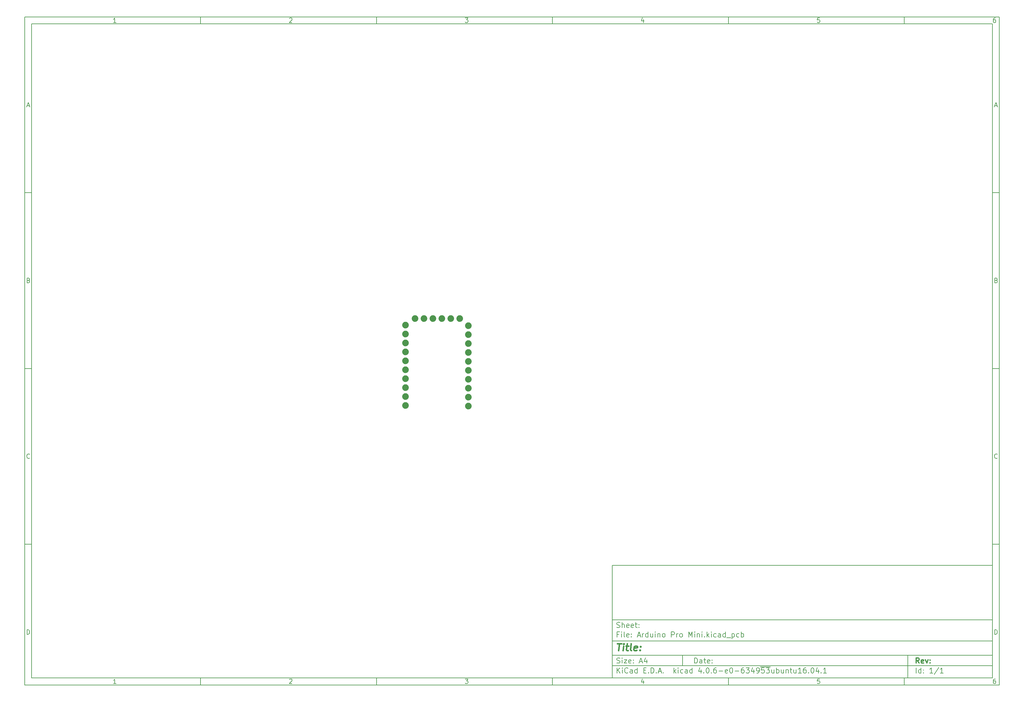
<source format=gbr>
G04 #@! TF.FileFunction,Soldermask,Bot*
%FSLAX46Y46*%
G04 Gerber Fmt 4.6, Leading zero omitted, Abs format (unit mm)*
G04 Created by KiCad (PCBNEW 4.0.6-e0-6349~53~ubuntu16.04.1) date Wed Jun 21 16:24:44 2017*
%MOMM*%
%LPD*%
G01*
G04 APERTURE LIST*
%ADD10C,0.100000*%
%ADD11C,0.150000*%
%ADD12C,0.300000*%
%ADD13C,0.400000*%
%ADD14C,1.879600*%
G04 APERTURE END LIST*
D10*
D11*
X177002200Y-166007200D02*
X177002200Y-198007200D01*
X285002200Y-198007200D01*
X285002200Y-166007200D01*
X177002200Y-166007200D01*
D10*
D11*
X10000000Y-10000000D02*
X10000000Y-200007200D01*
X287002200Y-200007200D01*
X287002200Y-10000000D01*
X10000000Y-10000000D01*
D10*
D11*
X12000000Y-12000000D02*
X12000000Y-198007200D01*
X285002200Y-198007200D01*
X285002200Y-12000000D01*
X12000000Y-12000000D01*
D10*
D11*
X60000000Y-12000000D02*
X60000000Y-10000000D01*
D10*
D11*
X110000000Y-12000000D02*
X110000000Y-10000000D01*
D10*
D11*
X160000000Y-12000000D02*
X160000000Y-10000000D01*
D10*
D11*
X210000000Y-12000000D02*
X210000000Y-10000000D01*
D10*
D11*
X260000000Y-12000000D02*
X260000000Y-10000000D01*
D10*
D11*
X35990476Y-11588095D02*
X35247619Y-11588095D01*
X35619048Y-11588095D02*
X35619048Y-10288095D01*
X35495238Y-10473810D01*
X35371429Y-10597619D01*
X35247619Y-10659524D01*
D10*
D11*
X85247619Y-10411905D02*
X85309524Y-10350000D01*
X85433333Y-10288095D01*
X85742857Y-10288095D01*
X85866667Y-10350000D01*
X85928571Y-10411905D01*
X85990476Y-10535714D01*
X85990476Y-10659524D01*
X85928571Y-10845238D01*
X85185714Y-11588095D01*
X85990476Y-11588095D01*
D10*
D11*
X135185714Y-10288095D02*
X135990476Y-10288095D01*
X135557143Y-10783333D01*
X135742857Y-10783333D01*
X135866667Y-10845238D01*
X135928571Y-10907143D01*
X135990476Y-11030952D01*
X135990476Y-11340476D01*
X135928571Y-11464286D01*
X135866667Y-11526190D01*
X135742857Y-11588095D01*
X135371429Y-11588095D01*
X135247619Y-11526190D01*
X135185714Y-11464286D01*
D10*
D11*
X185866667Y-10721429D02*
X185866667Y-11588095D01*
X185557143Y-10226190D02*
X185247619Y-11154762D01*
X186052381Y-11154762D01*
D10*
D11*
X235928571Y-10288095D02*
X235309524Y-10288095D01*
X235247619Y-10907143D01*
X235309524Y-10845238D01*
X235433333Y-10783333D01*
X235742857Y-10783333D01*
X235866667Y-10845238D01*
X235928571Y-10907143D01*
X235990476Y-11030952D01*
X235990476Y-11340476D01*
X235928571Y-11464286D01*
X235866667Y-11526190D01*
X235742857Y-11588095D01*
X235433333Y-11588095D01*
X235309524Y-11526190D01*
X235247619Y-11464286D01*
D10*
D11*
X285866667Y-10288095D02*
X285619048Y-10288095D01*
X285495238Y-10350000D01*
X285433333Y-10411905D01*
X285309524Y-10597619D01*
X285247619Y-10845238D01*
X285247619Y-11340476D01*
X285309524Y-11464286D01*
X285371429Y-11526190D01*
X285495238Y-11588095D01*
X285742857Y-11588095D01*
X285866667Y-11526190D01*
X285928571Y-11464286D01*
X285990476Y-11340476D01*
X285990476Y-11030952D01*
X285928571Y-10907143D01*
X285866667Y-10845238D01*
X285742857Y-10783333D01*
X285495238Y-10783333D01*
X285371429Y-10845238D01*
X285309524Y-10907143D01*
X285247619Y-11030952D01*
D10*
D11*
X60000000Y-198007200D02*
X60000000Y-200007200D01*
D10*
D11*
X110000000Y-198007200D02*
X110000000Y-200007200D01*
D10*
D11*
X160000000Y-198007200D02*
X160000000Y-200007200D01*
D10*
D11*
X210000000Y-198007200D02*
X210000000Y-200007200D01*
D10*
D11*
X260000000Y-198007200D02*
X260000000Y-200007200D01*
D10*
D11*
X35990476Y-199595295D02*
X35247619Y-199595295D01*
X35619048Y-199595295D02*
X35619048Y-198295295D01*
X35495238Y-198481010D01*
X35371429Y-198604819D01*
X35247619Y-198666724D01*
D10*
D11*
X85247619Y-198419105D02*
X85309524Y-198357200D01*
X85433333Y-198295295D01*
X85742857Y-198295295D01*
X85866667Y-198357200D01*
X85928571Y-198419105D01*
X85990476Y-198542914D01*
X85990476Y-198666724D01*
X85928571Y-198852438D01*
X85185714Y-199595295D01*
X85990476Y-199595295D01*
D10*
D11*
X135185714Y-198295295D02*
X135990476Y-198295295D01*
X135557143Y-198790533D01*
X135742857Y-198790533D01*
X135866667Y-198852438D01*
X135928571Y-198914343D01*
X135990476Y-199038152D01*
X135990476Y-199347676D01*
X135928571Y-199471486D01*
X135866667Y-199533390D01*
X135742857Y-199595295D01*
X135371429Y-199595295D01*
X135247619Y-199533390D01*
X135185714Y-199471486D01*
D10*
D11*
X185866667Y-198728629D02*
X185866667Y-199595295D01*
X185557143Y-198233390D02*
X185247619Y-199161962D01*
X186052381Y-199161962D01*
D10*
D11*
X235928571Y-198295295D02*
X235309524Y-198295295D01*
X235247619Y-198914343D01*
X235309524Y-198852438D01*
X235433333Y-198790533D01*
X235742857Y-198790533D01*
X235866667Y-198852438D01*
X235928571Y-198914343D01*
X235990476Y-199038152D01*
X235990476Y-199347676D01*
X235928571Y-199471486D01*
X235866667Y-199533390D01*
X235742857Y-199595295D01*
X235433333Y-199595295D01*
X235309524Y-199533390D01*
X235247619Y-199471486D01*
D10*
D11*
X285866667Y-198295295D02*
X285619048Y-198295295D01*
X285495238Y-198357200D01*
X285433333Y-198419105D01*
X285309524Y-198604819D01*
X285247619Y-198852438D01*
X285247619Y-199347676D01*
X285309524Y-199471486D01*
X285371429Y-199533390D01*
X285495238Y-199595295D01*
X285742857Y-199595295D01*
X285866667Y-199533390D01*
X285928571Y-199471486D01*
X285990476Y-199347676D01*
X285990476Y-199038152D01*
X285928571Y-198914343D01*
X285866667Y-198852438D01*
X285742857Y-198790533D01*
X285495238Y-198790533D01*
X285371429Y-198852438D01*
X285309524Y-198914343D01*
X285247619Y-199038152D01*
D10*
D11*
X10000000Y-60000000D02*
X12000000Y-60000000D01*
D10*
D11*
X10000000Y-110000000D02*
X12000000Y-110000000D01*
D10*
D11*
X10000000Y-160000000D02*
X12000000Y-160000000D01*
D10*
D11*
X10690476Y-35216667D02*
X11309524Y-35216667D01*
X10566667Y-35588095D02*
X11000000Y-34288095D01*
X11433333Y-35588095D01*
D10*
D11*
X11092857Y-84907143D02*
X11278571Y-84969048D01*
X11340476Y-85030952D01*
X11402381Y-85154762D01*
X11402381Y-85340476D01*
X11340476Y-85464286D01*
X11278571Y-85526190D01*
X11154762Y-85588095D01*
X10659524Y-85588095D01*
X10659524Y-84288095D01*
X11092857Y-84288095D01*
X11216667Y-84350000D01*
X11278571Y-84411905D01*
X11340476Y-84535714D01*
X11340476Y-84659524D01*
X11278571Y-84783333D01*
X11216667Y-84845238D01*
X11092857Y-84907143D01*
X10659524Y-84907143D01*
D10*
D11*
X11402381Y-135464286D02*
X11340476Y-135526190D01*
X11154762Y-135588095D01*
X11030952Y-135588095D01*
X10845238Y-135526190D01*
X10721429Y-135402381D01*
X10659524Y-135278571D01*
X10597619Y-135030952D01*
X10597619Y-134845238D01*
X10659524Y-134597619D01*
X10721429Y-134473810D01*
X10845238Y-134350000D01*
X11030952Y-134288095D01*
X11154762Y-134288095D01*
X11340476Y-134350000D01*
X11402381Y-134411905D01*
D10*
D11*
X10659524Y-185588095D02*
X10659524Y-184288095D01*
X10969048Y-184288095D01*
X11154762Y-184350000D01*
X11278571Y-184473810D01*
X11340476Y-184597619D01*
X11402381Y-184845238D01*
X11402381Y-185030952D01*
X11340476Y-185278571D01*
X11278571Y-185402381D01*
X11154762Y-185526190D01*
X10969048Y-185588095D01*
X10659524Y-185588095D01*
D10*
D11*
X287002200Y-60000000D02*
X285002200Y-60000000D01*
D10*
D11*
X287002200Y-110000000D02*
X285002200Y-110000000D01*
D10*
D11*
X287002200Y-160000000D02*
X285002200Y-160000000D01*
D10*
D11*
X285692676Y-35216667D02*
X286311724Y-35216667D01*
X285568867Y-35588095D02*
X286002200Y-34288095D01*
X286435533Y-35588095D01*
D10*
D11*
X286095057Y-84907143D02*
X286280771Y-84969048D01*
X286342676Y-85030952D01*
X286404581Y-85154762D01*
X286404581Y-85340476D01*
X286342676Y-85464286D01*
X286280771Y-85526190D01*
X286156962Y-85588095D01*
X285661724Y-85588095D01*
X285661724Y-84288095D01*
X286095057Y-84288095D01*
X286218867Y-84350000D01*
X286280771Y-84411905D01*
X286342676Y-84535714D01*
X286342676Y-84659524D01*
X286280771Y-84783333D01*
X286218867Y-84845238D01*
X286095057Y-84907143D01*
X285661724Y-84907143D01*
D10*
D11*
X286404581Y-135464286D02*
X286342676Y-135526190D01*
X286156962Y-135588095D01*
X286033152Y-135588095D01*
X285847438Y-135526190D01*
X285723629Y-135402381D01*
X285661724Y-135278571D01*
X285599819Y-135030952D01*
X285599819Y-134845238D01*
X285661724Y-134597619D01*
X285723629Y-134473810D01*
X285847438Y-134350000D01*
X286033152Y-134288095D01*
X286156962Y-134288095D01*
X286342676Y-134350000D01*
X286404581Y-134411905D01*
D10*
D11*
X285661724Y-185588095D02*
X285661724Y-184288095D01*
X285971248Y-184288095D01*
X286156962Y-184350000D01*
X286280771Y-184473810D01*
X286342676Y-184597619D01*
X286404581Y-184845238D01*
X286404581Y-185030952D01*
X286342676Y-185278571D01*
X286280771Y-185402381D01*
X286156962Y-185526190D01*
X285971248Y-185588095D01*
X285661724Y-185588095D01*
D10*
D11*
X200359343Y-193785771D02*
X200359343Y-192285771D01*
X200716486Y-192285771D01*
X200930771Y-192357200D01*
X201073629Y-192500057D01*
X201145057Y-192642914D01*
X201216486Y-192928629D01*
X201216486Y-193142914D01*
X201145057Y-193428629D01*
X201073629Y-193571486D01*
X200930771Y-193714343D01*
X200716486Y-193785771D01*
X200359343Y-193785771D01*
X202502200Y-193785771D02*
X202502200Y-193000057D01*
X202430771Y-192857200D01*
X202287914Y-192785771D01*
X202002200Y-192785771D01*
X201859343Y-192857200D01*
X202502200Y-193714343D02*
X202359343Y-193785771D01*
X202002200Y-193785771D01*
X201859343Y-193714343D01*
X201787914Y-193571486D01*
X201787914Y-193428629D01*
X201859343Y-193285771D01*
X202002200Y-193214343D01*
X202359343Y-193214343D01*
X202502200Y-193142914D01*
X203002200Y-192785771D02*
X203573629Y-192785771D01*
X203216486Y-192285771D02*
X203216486Y-193571486D01*
X203287914Y-193714343D01*
X203430772Y-193785771D01*
X203573629Y-193785771D01*
X204645057Y-193714343D02*
X204502200Y-193785771D01*
X204216486Y-193785771D01*
X204073629Y-193714343D01*
X204002200Y-193571486D01*
X204002200Y-193000057D01*
X204073629Y-192857200D01*
X204216486Y-192785771D01*
X204502200Y-192785771D01*
X204645057Y-192857200D01*
X204716486Y-193000057D01*
X204716486Y-193142914D01*
X204002200Y-193285771D01*
X205359343Y-193642914D02*
X205430771Y-193714343D01*
X205359343Y-193785771D01*
X205287914Y-193714343D01*
X205359343Y-193642914D01*
X205359343Y-193785771D01*
X205359343Y-192857200D02*
X205430771Y-192928629D01*
X205359343Y-193000057D01*
X205287914Y-192928629D01*
X205359343Y-192857200D01*
X205359343Y-193000057D01*
D10*
D11*
X177002200Y-194507200D02*
X285002200Y-194507200D01*
D10*
D11*
X178359343Y-196585771D02*
X178359343Y-195085771D01*
X179216486Y-196585771D02*
X178573629Y-195728629D01*
X179216486Y-195085771D02*
X178359343Y-195942914D01*
X179859343Y-196585771D02*
X179859343Y-195585771D01*
X179859343Y-195085771D02*
X179787914Y-195157200D01*
X179859343Y-195228629D01*
X179930771Y-195157200D01*
X179859343Y-195085771D01*
X179859343Y-195228629D01*
X181430772Y-196442914D02*
X181359343Y-196514343D01*
X181145057Y-196585771D01*
X181002200Y-196585771D01*
X180787915Y-196514343D01*
X180645057Y-196371486D01*
X180573629Y-196228629D01*
X180502200Y-195942914D01*
X180502200Y-195728629D01*
X180573629Y-195442914D01*
X180645057Y-195300057D01*
X180787915Y-195157200D01*
X181002200Y-195085771D01*
X181145057Y-195085771D01*
X181359343Y-195157200D01*
X181430772Y-195228629D01*
X182716486Y-196585771D02*
X182716486Y-195800057D01*
X182645057Y-195657200D01*
X182502200Y-195585771D01*
X182216486Y-195585771D01*
X182073629Y-195657200D01*
X182716486Y-196514343D02*
X182573629Y-196585771D01*
X182216486Y-196585771D01*
X182073629Y-196514343D01*
X182002200Y-196371486D01*
X182002200Y-196228629D01*
X182073629Y-196085771D01*
X182216486Y-196014343D01*
X182573629Y-196014343D01*
X182716486Y-195942914D01*
X184073629Y-196585771D02*
X184073629Y-195085771D01*
X184073629Y-196514343D02*
X183930772Y-196585771D01*
X183645058Y-196585771D01*
X183502200Y-196514343D01*
X183430772Y-196442914D01*
X183359343Y-196300057D01*
X183359343Y-195871486D01*
X183430772Y-195728629D01*
X183502200Y-195657200D01*
X183645058Y-195585771D01*
X183930772Y-195585771D01*
X184073629Y-195657200D01*
X185930772Y-195800057D02*
X186430772Y-195800057D01*
X186645058Y-196585771D02*
X185930772Y-196585771D01*
X185930772Y-195085771D01*
X186645058Y-195085771D01*
X187287915Y-196442914D02*
X187359343Y-196514343D01*
X187287915Y-196585771D01*
X187216486Y-196514343D01*
X187287915Y-196442914D01*
X187287915Y-196585771D01*
X188002201Y-196585771D02*
X188002201Y-195085771D01*
X188359344Y-195085771D01*
X188573629Y-195157200D01*
X188716487Y-195300057D01*
X188787915Y-195442914D01*
X188859344Y-195728629D01*
X188859344Y-195942914D01*
X188787915Y-196228629D01*
X188716487Y-196371486D01*
X188573629Y-196514343D01*
X188359344Y-196585771D01*
X188002201Y-196585771D01*
X189502201Y-196442914D02*
X189573629Y-196514343D01*
X189502201Y-196585771D01*
X189430772Y-196514343D01*
X189502201Y-196442914D01*
X189502201Y-196585771D01*
X190145058Y-196157200D02*
X190859344Y-196157200D01*
X190002201Y-196585771D02*
X190502201Y-195085771D01*
X191002201Y-196585771D01*
X191502201Y-196442914D02*
X191573629Y-196514343D01*
X191502201Y-196585771D01*
X191430772Y-196514343D01*
X191502201Y-196442914D01*
X191502201Y-196585771D01*
X194502201Y-196585771D02*
X194502201Y-195085771D01*
X194645058Y-196014343D02*
X195073629Y-196585771D01*
X195073629Y-195585771D02*
X194502201Y-196157200D01*
X195716487Y-196585771D02*
X195716487Y-195585771D01*
X195716487Y-195085771D02*
X195645058Y-195157200D01*
X195716487Y-195228629D01*
X195787915Y-195157200D01*
X195716487Y-195085771D01*
X195716487Y-195228629D01*
X197073630Y-196514343D02*
X196930773Y-196585771D01*
X196645059Y-196585771D01*
X196502201Y-196514343D01*
X196430773Y-196442914D01*
X196359344Y-196300057D01*
X196359344Y-195871486D01*
X196430773Y-195728629D01*
X196502201Y-195657200D01*
X196645059Y-195585771D01*
X196930773Y-195585771D01*
X197073630Y-195657200D01*
X198359344Y-196585771D02*
X198359344Y-195800057D01*
X198287915Y-195657200D01*
X198145058Y-195585771D01*
X197859344Y-195585771D01*
X197716487Y-195657200D01*
X198359344Y-196514343D02*
X198216487Y-196585771D01*
X197859344Y-196585771D01*
X197716487Y-196514343D01*
X197645058Y-196371486D01*
X197645058Y-196228629D01*
X197716487Y-196085771D01*
X197859344Y-196014343D01*
X198216487Y-196014343D01*
X198359344Y-195942914D01*
X199716487Y-196585771D02*
X199716487Y-195085771D01*
X199716487Y-196514343D02*
X199573630Y-196585771D01*
X199287916Y-196585771D01*
X199145058Y-196514343D01*
X199073630Y-196442914D01*
X199002201Y-196300057D01*
X199002201Y-195871486D01*
X199073630Y-195728629D01*
X199145058Y-195657200D01*
X199287916Y-195585771D01*
X199573630Y-195585771D01*
X199716487Y-195657200D01*
X202216487Y-195585771D02*
X202216487Y-196585771D01*
X201859344Y-195014343D02*
X201502201Y-196085771D01*
X202430773Y-196085771D01*
X203002201Y-196442914D02*
X203073629Y-196514343D01*
X203002201Y-196585771D01*
X202930772Y-196514343D01*
X203002201Y-196442914D01*
X203002201Y-196585771D01*
X204002201Y-195085771D02*
X204145058Y-195085771D01*
X204287915Y-195157200D01*
X204359344Y-195228629D01*
X204430773Y-195371486D01*
X204502201Y-195657200D01*
X204502201Y-196014343D01*
X204430773Y-196300057D01*
X204359344Y-196442914D01*
X204287915Y-196514343D01*
X204145058Y-196585771D01*
X204002201Y-196585771D01*
X203859344Y-196514343D01*
X203787915Y-196442914D01*
X203716487Y-196300057D01*
X203645058Y-196014343D01*
X203645058Y-195657200D01*
X203716487Y-195371486D01*
X203787915Y-195228629D01*
X203859344Y-195157200D01*
X204002201Y-195085771D01*
X205145058Y-196442914D02*
X205216486Y-196514343D01*
X205145058Y-196585771D01*
X205073629Y-196514343D01*
X205145058Y-196442914D01*
X205145058Y-196585771D01*
X206502201Y-195085771D02*
X206216487Y-195085771D01*
X206073630Y-195157200D01*
X206002201Y-195228629D01*
X205859344Y-195442914D01*
X205787915Y-195728629D01*
X205787915Y-196300057D01*
X205859344Y-196442914D01*
X205930772Y-196514343D01*
X206073630Y-196585771D01*
X206359344Y-196585771D01*
X206502201Y-196514343D01*
X206573630Y-196442914D01*
X206645058Y-196300057D01*
X206645058Y-195942914D01*
X206573630Y-195800057D01*
X206502201Y-195728629D01*
X206359344Y-195657200D01*
X206073630Y-195657200D01*
X205930772Y-195728629D01*
X205859344Y-195800057D01*
X205787915Y-195942914D01*
X207287915Y-196014343D02*
X208430772Y-196014343D01*
X209716486Y-196514343D02*
X209573629Y-196585771D01*
X209287915Y-196585771D01*
X209145058Y-196514343D01*
X209073629Y-196371486D01*
X209073629Y-195800057D01*
X209145058Y-195657200D01*
X209287915Y-195585771D01*
X209573629Y-195585771D01*
X209716486Y-195657200D01*
X209787915Y-195800057D01*
X209787915Y-195942914D01*
X209073629Y-196085771D01*
X210716486Y-195085771D02*
X210859343Y-195085771D01*
X211002200Y-195157200D01*
X211073629Y-195228629D01*
X211145058Y-195371486D01*
X211216486Y-195657200D01*
X211216486Y-196014343D01*
X211145058Y-196300057D01*
X211073629Y-196442914D01*
X211002200Y-196514343D01*
X210859343Y-196585771D01*
X210716486Y-196585771D01*
X210573629Y-196514343D01*
X210502200Y-196442914D01*
X210430772Y-196300057D01*
X210359343Y-196014343D01*
X210359343Y-195657200D01*
X210430772Y-195371486D01*
X210502200Y-195228629D01*
X210573629Y-195157200D01*
X210716486Y-195085771D01*
X211859343Y-196014343D02*
X213002200Y-196014343D01*
X214359343Y-195085771D02*
X214073629Y-195085771D01*
X213930772Y-195157200D01*
X213859343Y-195228629D01*
X213716486Y-195442914D01*
X213645057Y-195728629D01*
X213645057Y-196300057D01*
X213716486Y-196442914D01*
X213787914Y-196514343D01*
X213930772Y-196585771D01*
X214216486Y-196585771D01*
X214359343Y-196514343D01*
X214430772Y-196442914D01*
X214502200Y-196300057D01*
X214502200Y-195942914D01*
X214430772Y-195800057D01*
X214359343Y-195728629D01*
X214216486Y-195657200D01*
X213930772Y-195657200D01*
X213787914Y-195728629D01*
X213716486Y-195800057D01*
X213645057Y-195942914D01*
X215002200Y-195085771D02*
X215930771Y-195085771D01*
X215430771Y-195657200D01*
X215645057Y-195657200D01*
X215787914Y-195728629D01*
X215859343Y-195800057D01*
X215930771Y-195942914D01*
X215930771Y-196300057D01*
X215859343Y-196442914D01*
X215787914Y-196514343D01*
X215645057Y-196585771D01*
X215216485Y-196585771D01*
X215073628Y-196514343D01*
X215002200Y-196442914D01*
X217216485Y-195585771D02*
X217216485Y-196585771D01*
X216859342Y-195014343D02*
X216502199Y-196085771D01*
X217430771Y-196085771D01*
X218073627Y-196585771D02*
X218359342Y-196585771D01*
X218502199Y-196514343D01*
X218573627Y-196442914D01*
X218716485Y-196228629D01*
X218787913Y-195942914D01*
X218787913Y-195371486D01*
X218716485Y-195228629D01*
X218645056Y-195157200D01*
X218502199Y-195085771D01*
X218216485Y-195085771D01*
X218073627Y-195157200D01*
X218002199Y-195228629D01*
X217930770Y-195371486D01*
X217930770Y-195728629D01*
X218002199Y-195871486D01*
X218073627Y-195942914D01*
X218216485Y-196014343D01*
X218502199Y-196014343D01*
X218645056Y-195942914D01*
X218716485Y-195871486D01*
X218787913Y-195728629D01*
X220145056Y-195085771D02*
X219430770Y-195085771D01*
X219359341Y-195800057D01*
X219430770Y-195728629D01*
X219573627Y-195657200D01*
X219930770Y-195657200D01*
X220073627Y-195728629D01*
X220145056Y-195800057D01*
X220216484Y-195942914D01*
X220216484Y-196300057D01*
X220145056Y-196442914D01*
X220073627Y-196514343D01*
X219930770Y-196585771D01*
X219573627Y-196585771D01*
X219430770Y-196514343D01*
X219359341Y-196442914D01*
X220716484Y-195085771D02*
X221645055Y-195085771D01*
X221145055Y-195657200D01*
X221359341Y-195657200D01*
X221502198Y-195728629D01*
X221573627Y-195800057D01*
X221645055Y-195942914D01*
X221645055Y-196300057D01*
X221573627Y-196442914D01*
X221502198Y-196514343D01*
X221359341Y-196585771D01*
X220930769Y-196585771D01*
X220787912Y-196514343D01*
X220716484Y-196442914D01*
X219073627Y-194827200D02*
X221930769Y-194827200D01*
X222930769Y-195585771D02*
X222930769Y-196585771D01*
X222287912Y-195585771D02*
X222287912Y-196371486D01*
X222359340Y-196514343D01*
X222502198Y-196585771D01*
X222716483Y-196585771D01*
X222859340Y-196514343D01*
X222930769Y-196442914D01*
X223645055Y-196585771D02*
X223645055Y-195085771D01*
X223645055Y-195657200D02*
X223787912Y-195585771D01*
X224073626Y-195585771D01*
X224216483Y-195657200D01*
X224287912Y-195728629D01*
X224359341Y-195871486D01*
X224359341Y-196300057D01*
X224287912Y-196442914D01*
X224216483Y-196514343D01*
X224073626Y-196585771D01*
X223787912Y-196585771D01*
X223645055Y-196514343D01*
X225645055Y-195585771D02*
X225645055Y-196585771D01*
X225002198Y-195585771D02*
X225002198Y-196371486D01*
X225073626Y-196514343D01*
X225216484Y-196585771D01*
X225430769Y-196585771D01*
X225573626Y-196514343D01*
X225645055Y-196442914D01*
X226359341Y-195585771D02*
X226359341Y-196585771D01*
X226359341Y-195728629D02*
X226430769Y-195657200D01*
X226573627Y-195585771D01*
X226787912Y-195585771D01*
X226930769Y-195657200D01*
X227002198Y-195800057D01*
X227002198Y-196585771D01*
X227502198Y-195585771D02*
X228073627Y-195585771D01*
X227716484Y-195085771D02*
X227716484Y-196371486D01*
X227787912Y-196514343D01*
X227930770Y-196585771D01*
X228073627Y-196585771D01*
X229216484Y-195585771D02*
X229216484Y-196585771D01*
X228573627Y-195585771D02*
X228573627Y-196371486D01*
X228645055Y-196514343D01*
X228787913Y-196585771D01*
X229002198Y-196585771D01*
X229145055Y-196514343D01*
X229216484Y-196442914D01*
X230716484Y-196585771D02*
X229859341Y-196585771D01*
X230287913Y-196585771D02*
X230287913Y-195085771D01*
X230145056Y-195300057D01*
X230002198Y-195442914D01*
X229859341Y-195514343D01*
X232002198Y-195085771D02*
X231716484Y-195085771D01*
X231573627Y-195157200D01*
X231502198Y-195228629D01*
X231359341Y-195442914D01*
X231287912Y-195728629D01*
X231287912Y-196300057D01*
X231359341Y-196442914D01*
X231430769Y-196514343D01*
X231573627Y-196585771D01*
X231859341Y-196585771D01*
X232002198Y-196514343D01*
X232073627Y-196442914D01*
X232145055Y-196300057D01*
X232145055Y-195942914D01*
X232073627Y-195800057D01*
X232002198Y-195728629D01*
X231859341Y-195657200D01*
X231573627Y-195657200D01*
X231430769Y-195728629D01*
X231359341Y-195800057D01*
X231287912Y-195942914D01*
X232787912Y-196442914D02*
X232859340Y-196514343D01*
X232787912Y-196585771D01*
X232716483Y-196514343D01*
X232787912Y-196442914D01*
X232787912Y-196585771D01*
X233787912Y-195085771D02*
X233930769Y-195085771D01*
X234073626Y-195157200D01*
X234145055Y-195228629D01*
X234216484Y-195371486D01*
X234287912Y-195657200D01*
X234287912Y-196014343D01*
X234216484Y-196300057D01*
X234145055Y-196442914D01*
X234073626Y-196514343D01*
X233930769Y-196585771D01*
X233787912Y-196585771D01*
X233645055Y-196514343D01*
X233573626Y-196442914D01*
X233502198Y-196300057D01*
X233430769Y-196014343D01*
X233430769Y-195657200D01*
X233502198Y-195371486D01*
X233573626Y-195228629D01*
X233645055Y-195157200D01*
X233787912Y-195085771D01*
X235573626Y-195585771D02*
X235573626Y-196585771D01*
X235216483Y-195014343D02*
X234859340Y-196085771D01*
X235787912Y-196085771D01*
X236359340Y-196442914D02*
X236430768Y-196514343D01*
X236359340Y-196585771D01*
X236287911Y-196514343D01*
X236359340Y-196442914D01*
X236359340Y-196585771D01*
X237859340Y-196585771D02*
X237002197Y-196585771D01*
X237430769Y-196585771D02*
X237430769Y-195085771D01*
X237287912Y-195300057D01*
X237145054Y-195442914D01*
X237002197Y-195514343D01*
D10*
D11*
X177002200Y-191507200D02*
X285002200Y-191507200D01*
D10*
D12*
X264216486Y-193785771D02*
X263716486Y-193071486D01*
X263359343Y-193785771D02*
X263359343Y-192285771D01*
X263930771Y-192285771D01*
X264073629Y-192357200D01*
X264145057Y-192428629D01*
X264216486Y-192571486D01*
X264216486Y-192785771D01*
X264145057Y-192928629D01*
X264073629Y-193000057D01*
X263930771Y-193071486D01*
X263359343Y-193071486D01*
X265430771Y-193714343D02*
X265287914Y-193785771D01*
X265002200Y-193785771D01*
X264859343Y-193714343D01*
X264787914Y-193571486D01*
X264787914Y-193000057D01*
X264859343Y-192857200D01*
X265002200Y-192785771D01*
X265287914Y-192785771D01*
X265430771Y-192857200D01*
X265502200Y-193000057D01*
X265502200Y-193142914D01*
X264787914Y-193285771D01*
X266002200Y-192785771D02*
X266359343Y-193785771D01*
X266716485Y-192785771D01*
X267287914Y-193642914D02*
X267359342Y-193714343D01*
X267287914Y-193785771D01*
X267216485Y-193714343D01*
X267287914Y-193642914D01*
X267287914Y-193785771D01*
X267287914Y-192857200D02*
X267359342Y-192928629D01*
X267287914Y-193000057D01*
X267216485Y-192928629D01*
X267287914Y-192857200D01*
X267287914Y-193000057D01*
D10*
D11*
X178287914Y-193714343D02*
X178502200Y-193785771D01*
X178859343Y-193785771D01*
X179002200Y-193714343D01*
X179073629Y-193642914D01*
X179145057Y-193500057D01*
X179145057Y-193357200D01*
X179073629Y-193214343D01*
X179002200Y-193142914D01*
X178859343Y-193071486D01*
X178573629Y-193000057D01*
X178430771Y-192928629D01*
X178359343Y-192857200D01*
X178287914Y-192714343D01*
X178287914Y-192571486D01*
X178359343Y-192428629D01*
X178430771Y-192357200D01*
X178573629Y-192285771D01*
X178930771Y-192285771D01*
X179145057Y-192357200D01*
X179787914Y-193785771D02*
X179787914Y-192785771D01*
X179787914Y-192285771D02*
X179716485Y-192357200D01*
X179787914Y-192428629D01*
X179859342Y-192357200D01*
X179787914Y-192285771D01*
X179787914Y-192428629D01*
X180359343Y-192785771D02*
X181145057Y-192785771D01*
X180359343Y-193785771D01*
X181145057Y-193785771D01*
X182287914Y-193714343D02*
X182145057Y-193785771D01*
X181859343Y-193785771D01*
X181716486Y-193714343D01*
X181645057Y-193571486D01*
X181645057Y-193000057D01*
X181716486Y-192857200D01*
X181859343Y-192785771D01*
X182145057Y-192785771D01*
X182287914Y-192857200D01*
X182359343Y-193000057D01*
X182359343Y-193142914D01*
X181645057Y-193285771D01*
X183002200Y-193642914D02*
X183073628Y-193714343D01*
X183002200Y-193785771D01*
X182930771Y-193714343D01*
X183002200Y-193642914D01*
X183002200Y-193785771D01*
X183002200Y-192857200D02*
X183073628Y-192928629D01*
X183002200Y-193000057D01*
X182930771Y-192928629D01*
X183002200Y-192857200D01*
X183002200Y-193000057D01*
X184787914Y-193357200D02*
X185502200Y-193357200D01*
X184645057Y-193785771D02*
X185145057Y-192285771D01*
X185645057Y-193785771D01*
X186787914Y-192785771D02*
X186787914Y-193785771D01*
X186430771Y-192214343D02*
X186073628Y-193285771D01*
X187002200Y-193285771D01*
D10*
D11*
X263359343Y-196585771D02*
X263359343Y-195085771D01*
X264716486Y-196585771D02*
X264716486Y-195085771D01*
X264716486Y-196514343D02*
X264573629Y-196585771D01*
X264287915Y-196585771D01*
X264145057Y-196514343D01*
X264073629Y-196442914D01*
X264002200Y-196300057D01*
X264002200Y-195871486D01*
X264073629Y-195728629D01*
X264145057Y-195657200D01*
X264287915Y-195585771D01*
X264573629Y-195585771D01*
X264716486Y-195657200D01*
X265430772Y-196442914D02*
X265502200Y-196514343D01*
X265430772Y-196585771D01*
X265359343Y-196514343D01*
X265430772Y-196442914D01*
X265430772Y-196585771D01*
X265430772Y-195657200D02*
X265502200Y-195728629D01*
X265430772Y-195800057D01*
X265359343Y-195728629D01*
X265430772Y-195657200D01*
X265430772Y-195800057D01*
X268073629Y-196585771D02*
X267216486Y-196585771D01*
X267645058Y-196585771D02*
X267645058Y-195085771D01*
X267502201Y-195300057D01*
X267359343Y-195442914D01*
X267216486Y-195514343D01*
X269787914Y-195014343D02*
X268502200Y-196942914D01*
X271073629Y-196585771D02*
X270216486Y-196585771D01*
X270645058Y-196585771D02*
X270645058Y-195085771D01*
X270502201Y-195300057D01*
X270359343Y-195442914D01*
X270216486Y-195514343D01*
D10*
D11*
X177002200Y-187507200D02*
X285002200Y-187507200D01*
D10*
D13*
X178454581Y-188211962D02*
X179597438Y-188211962D01*
X178776010Y-190211962D02*
X179026010Y-188211962D01*
X180014105Y-190211962D02*
X180180771Y-188878629D01*
X180264105Y-188211962D02*
X180156962Y-188307200D01*
X180240295Y-188402438D01*
X180347439Y-188307200D01*
X180264105Y-188211962D01*
X180240295Y-188402438D01*
X180847438Y-188878629D02*
X181609343Y-188878629D01*
X181216486Y-188211962D02*
X181002200Y-189926248D01*
X181073630Y-190116724D01*
X181252201Y-190211962D01*
X181442677Y-190211962D01*
X182395058Y-190211962D02*
X182216487Y-190116724D01*
X182145057Y-189926248D01*
X182359343Y-188211962D01*
X183930772Y-190116724D02*
X183728391Y-190211962D01*
X183347439Y-190211962D01*
X183168867Y-190116724D01*
X183097438Y-189926248D01*
X183192676Y-189164343D01*
X183311724Y-188973867D01*
X183514105Y-188878629D01*
X183895057Y-188878629D01*
X184073629Y-188973867D01*
X184145057Y-189164343D01*
X184121248Y-189354819D01*
X183145057Y-189545295D01*
X184895057Y-190021486D02*
X184978392Y-190116724D01*
X184871248Y-190211962D01*
X184787915Y-190116724D01*
X184895057Y-190021486D01*
X184871248Y-190211962D01*
X185026010Y-188973867D02*
X185109344Y-189069105D01*
X185002200Y-189164343D01*
X184918867Y-189069105D01*
X185026010Y-188973867D01*
X185002200Y-189164343D01*
D10*
D11*
X178859343Y-185600057D02*
X178359343Y-185600057D01*
X178359343Y-186385771D02*
X178359343Y-184885771D01*
X179073629Y-184885771D01*
X179645057Y-186385771D02*
X179645057Y-185385771D01*
X179645057Y-184885771D02*
X179573628Y-184957200D01*
X179645057Y-185028629D01*
X179716485Y-184957200D01*
X179645057Y-184885771D01*
X179645057Y-185028629D01*
X180573629Y-186385771D02*
X180430771Y-186314343D01*
X180359343Y-186171486D01*
X180359343Y-184885771D01*
X181716485Y-186314343D02*
X181573628Y-186385771D01*
X181287914Y-186385771D01*
X181145057Y-186314343D01*
X181073628Y-186171486D01*
X181073628Y-185600057D01*
X181145057Y-185457200D01*
X181287914Y-185385771D01*
X181573628Y-185385771D01*
X181716485Y-185457200D01*
X181787914Y-185600057D01*
X181787914Y-185742914D01*
X181073628Y-185885771D01*
X182430771Y-186242914D02*
X182502199Y-186314343D01*
X182430771Y-186385771D01*
X182359342Y-186314343D01*
X182430771Y-186242914D01*
X182430771Y-186385771D01*
X182430771Y-185457200D02*
X182502199Y-185528629D01*
X182430771Y-185600057D01*
X182359342Y-185528629D01*
X182430771Y-185457200D01*
X182430771Y-185600057D01*
X184216485Y-185957200D02*
X184930771Y-185957200D01*
X184073628Y-186385771D02*
X184573628Y-184885771D01*
X185073628Y-186385771D01*
X185573628Y-186385771D02*
X185573628Y-185385771D01*
X185573628Y-185671486D02*
X185645056Y-185528629D01*
X185716485Y-185457200D01*
X185859342Y-185385771D01*
X186002199Y-185385771D01*
X187145056Y-186385771D02*
X187145056Y-184885771D01*
X187145056Y-186314343D02*
X187002199Y-186385771D01*
X186716485Y-186385771D01*
X186573627Y-186314343D01*
X186502199Y-186242914D01*
X186430770Y-186100057D01*
X186430770Y-185671486D01*
X186502199Y-185528629D01*
X186573627Y-185457200D01*
X186716485Y-185385771D01*
X187002199Y-185385771D01*
X187145056Y-185457200D01*
X188502199Y-185385771D02*
X188502199Y-186385771D01*
X187859342Y-185385771D02*
X187859342Y-186171486D01*
X187930770Y-186314343D01*
X188073628Y-186385771D01*
X188287913Y-186385771D01*
X188430770Y-186314343D01*
X188502199Y-186242914D01*
X189216485Y-186385771D02*
X189216485Y-185385771D01*
X189216485Y-184885771D02*
X189145056Y-184957200D01*
X189216485Y-185028629D01*
X189287913Y-184957200D01*
X189216485Y-184885771D01*
X189216485Y-185028629D01*
X189930771Y-185385771D02*
X189930771Y-186385771D01*
X189930771Y-185528629D02*
X190002199Y-185457200D01*
X190145057Y-185385771D01*
X190359342Y-185385771D01*
X190502199Y-185457200D01*
X190573628Y-185600057D01*
X190573628Y-186385771D01*
X191502200Y-186385771D02*
X191359342Y-186314343D01*
X191287914Y-186242914D01*
X191216485Y-186100057D01*
X191216485Y-185671486D01*
X191287914Y-185528629D01*
X191359342Y-185457200D01*
X191502200Y-185385771D01*
X191716485Y-185385771D01*
X191859342Y-185457200D01*
X191930771Y-185528629D01*
X192002200Y-185671486D01*
X192002200Y-186100057D01*
X191930771Y-186242914D01*
X191859342Y-186314343D01*
X191716485Y-186385771D01*
X191502200Y-186385771D01*
X193787914Y-186385771D02*
X193787914Y-184885771D01*
X194359342Y-184885771D01*
X194502200Y-184957200D01*
X194573628Y-185028629D01*
X194645057Y-185171486D01*
X194645057Y-185385771D01*
X194573628Y-185528629D01*
X194502200Y-185600057D01*
X194359342Y-185671486D01*
X193787914Y-185671486D01*
X195287914Y-186385771D02*
X195287914Y-185385771D01*
X195287914Y-185671486D02*
X195359342Y-185528629D01*
X195430771Y-185457200D01*
X195573628Y-185385771D01*
X195716485Y-185385771D01*
X196430771Y-186385771D02*
X196287913Y-186314343D01*
X196216485Y-186242914D01*
X196145056Y-186100057D01*
X196145056Y-185671486D01*
X196216485Y-185528629D01*
X196287913Y-185457200D01*
X196430771Y-185385771D01*
X196645056Y-185385771D01*
X196787913Y-185457200D01*
X196859342Y-185528629D01*
X196930771Y-185671486D01*
X196930771Y-186100057D01*
X196859342Y-186242914D01*
X196787913Y-186314343D01*
X196645056Y-186385771D01*
X196430771Y-186385771D01*
X198716485Y-186385771D02*
X198716485Y-184885771D01*
X199216485Y-185957200D01*
X199716485Y-184885771D01*
X199716485Y-186385771D01*
X200430771Y-186385771D02*
X200430771Y-185385771D01*
X200430771Y-184885771D02*
X200359342Y-184957200D01*
X200430771Y-185028629D01*
X200502199Y-184957200D01*
X200430771Y-184885771D01*
X200430771Y-185028629D01*
X201145057Y-185385771D02*
X201145057Y-186385771D01*
X201145057Y-185528629D02*
X201216485Y-185457200D01*
X201359343Y-185385771D01*
X201573628Y-185385771D01*
X201716485Y-185457200D01*
X201787914Y-185600057D01*
X201787914Y-186385771D01*
X202502200Y-186385771D02*
X202502200Y-185385771D01*
X202502200Y-184885771D02*
X202430771Y-184957200D01*
X202502200Y-185028629D01*
X202573628Y-184957200D01*
X202502200Y-184885771D01*
X202502200Y-185028629D01*
X203216486Y-186242914D02*
X203287914Y-186314343D01*
X203216486Y-186385771D01*
X203145057Y-186314343D01*
X203216486Y-186242914D01*
X203216486Y-186385771D01*
X203930772Y-186385771D02*
X203930772Y-184885771D01*
X204073629Y-185814343D02*
X204502200Y-186385771D01*
X204502200Y-185385771D02*
X203930772Y-185957200D01*
X205145058Y-186385771D02*
X205145058Y-185385771D01*
X205145058Y-184885771D02*
X205073629Y-184957200D01*
X205145058Y-185028629D01*
X205216486Y-184957200D01*
X205145058Y-184885771D01*
X205145058Y-185028629D01*
X206502201Y-186314343D02*
X206359344Y-186385771D01*
X206073630Y-186385771D01*
X205930772Y-186314343D01*
X205859344Y-186242914D01*
X205787915Y-186100057D01*
X205787915Y-185671486D01*
X205859344Y-185528629D01*
X205930772Y-185457200D01*
X206073630Y-185385771D01*
X206359344Y-185385771D01*
X206502201Y-185457200D01*
X207787915Y-186385771D02*
X207787915Y-185600057D01*
X207716486Y-185457200D01*
X207573629Y-185385771D01*
X207287915Y-185385771D01*
X207145058Y-185457200D01*
X207787915Y-186314343D02*
X207645058Y-186385771D01*
X207287915Y-186385771D01*
X207145058Y-186314343D01*
X207073629Y-186171486D01*
X207073629Y-186028629D01*
X207145058Y-185885771D01*
X207287915Y-185814343D01*
X207645058Y-185814343D01*
X207787915Y-185742914D01*
X209145058Y-186385771D02*
X209145058Y-184885771D01*
X209145058Y-186314343D02*
X209002201Y-186385771D01*
X208716487Y-186385771D01*
X208573629Y-186314343D01*
X208502201Y-186242914D01*
X208430772Y-186100057D01*
X208430772Y-185671486D01*
X208502201Y-185528629D01*
X208573629Y-185457200D01*
X208716487Y-185385771D01*
X209002201Y-185385771D01*
X209145058Y-185457200D01*
X209502201Y-186528629D02*
X210645058Y-186528629D01*
X211002201Y-185385771D02*
X211002201Y-186885771D01*
X211002201Y-185457200D02*
X211145058Y-185385771D01*
X211430772Y-185385771D01*
X211573629Y-185457200D01*
X211645058Y-185528629D01*
X211716487Y-185671486D01*
X211716487Y-186100057D01*
X211645058Y-186242914D01*
X211573629Y-186314343D01*
X211430772Y-186385771D01*
X211145058Y-186385771D01*
X211002201Y-186314343D01*
X213002201Y-186314343D02*
X212859344Y-186385771D01*
X212573630Y-186385771D01*
X212430772Y-186314343D01*
X212359344Y-186242914D01*
X212287915Y-186100057D01*
X212287915Y-185671486D01*
X212359344Y-185528629D01*
X212430772Y-185457200D01*
X212573630Y-185385771D01*
X212859344Y-185385771D01*
X213002201Y-185457200D01*
X213645058Y-186385771D02*
X213645058Y-184885771D01*
X213645058Y-185457200D02*
X213787915Y-185385771D01*
X214073629Y-185385771D01*
X214216486Y-185457200D01*
X214287915Y-185528629D01*
X214359344Y-185671486D01*
X214359344Y-186100057D01*
X214287915Y-186242914D01*
X214216486Y-186314343D01*
X214073629Y-186385771D01*
X213787915Y-186385771D01*
X213645058Y-186314343D01*
D10*
D11*
X177002200Y-181507200D02*
X285002200Y-181507200D01*
D10*
D11*
X178287914Y-183614343D02*
X178502200Y-183685771D01*
X178859343Y-183685771D01*
X179002200Y-183614343D01*
X179073629Y-183542914D01*
X179145057Y-183400057D01*
X179145057Y-183257200D01*
X179073629Y-183114343D01*
X179002200Y-183042914D01*
X178859343Y-182971486D01*
X178573629Y-182900057D01*
X178430771Y-182828629D01*
X178359343Y-182757200D01*
X178287914Y-182614343D01*
X178287914Y-182471486D01*
X178359343Y-182328629D01*
X178430771Y-182257200D01*
X178573629Y-182185771D01*
X178930771Y-182185771D01*
X179145057Y-182257200D01*
X179787914Y-183685771D02*
X179787914Y-182185771D01*
X180430771Y-183685771D02*
X180430771Y-182900057D01*
X180359342Y-182757200D01*
X180216485Y-182685771D01*
X180002200Y-182685771D01*
X179859342Y-182757200D01*
X179787914Y-182828629D01*
X181716485Y-183614343D02*
X181573628Y-183685771D01*
X181287914Y-183685771D01*
X181145057Y-183614343D01*
X181073628Y-183471486D01*
X181073628Y-182900057D01*
X181145057Y-182757200D01*
X181287914Y-182685771D01*
X181573628Y-182685771D01*
X181716485Y-182757200D01*
X181787914Y-182900057D01*
X181787914Y-183042914D01*
X181073628Y-183185771D01*
X183002199Y-183614343D02*
X182859342Y-183685771D01*
X182573628Y-183685771D01*
X182430771Y-183614343D01*
X182359342Y-183471486D01*
X182359342Y-182900057D01*
X182430771Y-182757200D01*
X182573628Y-182685771D01*
X182859342Y-182685771D01*
X183002199Y-182757200D01*
X183073628Y-182900057D01*
X183073628Y-183042914D01*
X182359342Y-183185771D01*
X183502199Y-182685771D02*
X184073628Y-182685771D01*
X183716485Y-182185771D02*
X183716485Y-183471486D01*
X183787913Y-183614343D01*
X183930771Y-183685771D01*
X184073628Y-183685771D01*
X184573628Y-183542914D02*
X184645056Y-183614343D01*
X184573628Y-183685771D01*
X184502199Y-183614343D01*
X184573628Y-183542914D01*
X184573628Y-183685771D01*
X184573628Y-182757200D02*
X184645056Y-182828629D01*
X184573628Y-182900057D01*
X184502199Y-182828629D01*
X184573628Y-182757200D01*
X184573628Y-182900057D01*
D10*
D11*
X197002200Y-191507200D02*
X197002200Y-194507200D01*
D10*
D11*
X261002200Y-191507200D02*
X261002200Y-198007200D01*
D14*
X118260000Y-97680000D03*
X118260000Y-100220000D03*
X118260000Y-102760000D03*
X118260000Y-105300000D03*
X118260000Y-107840000D03*
X118260000Y-110380000D03*
X118260000Y-112920000D03*
X118260000Y-115460000D03*
X118260000Y-118000000D03*
X118260000Y-120540000D03*
X136060000Y-97780000D03*
X136060000Y-100320000D03*
X136060000Y-102860000D03*
X136060000Y-105400000D03*
X136060000Y-107940000D03*
X136060000Y-110480000D03*
X136060000Y-113020000D03*
X136060000Y-115560000D03*
X136060000Y-118100000D03*
X136060000Y-120640000D03*
X120910000Y-95810000D03*
X123450000Y-95810000D03*
X125990000Y-95810000D03*
X128530000Y-95810000D03*
X131070000Y-95810000D03*
X133610000Y-95810000D03*
M02*

</source>
